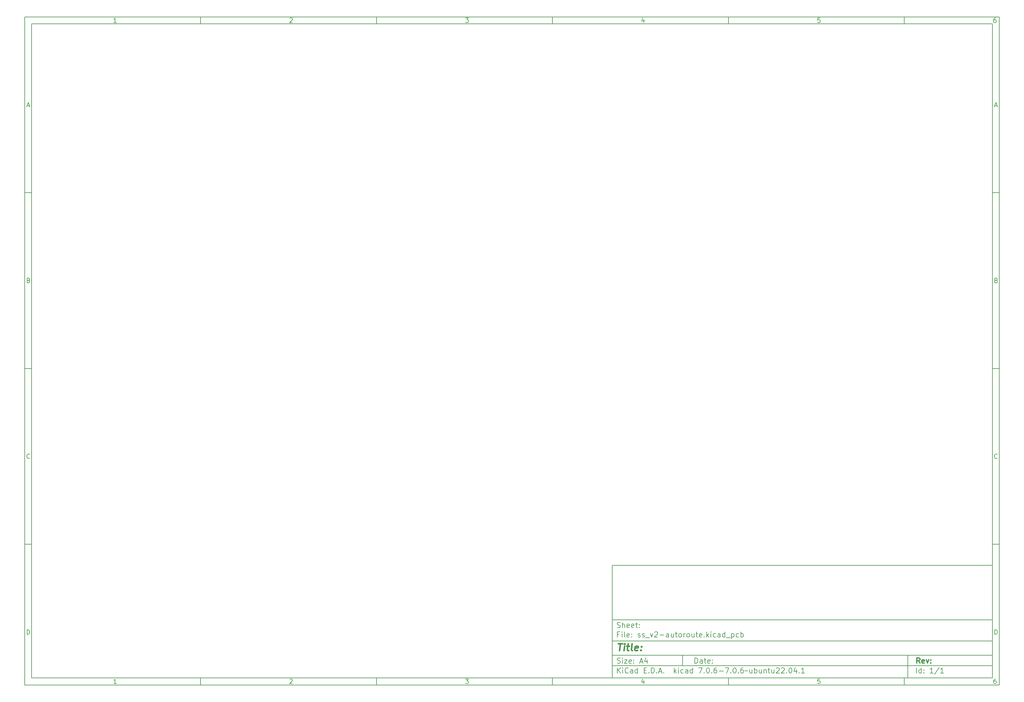
<source format=gbr>
%TF.GenerationSoftware,KiCad,Pcbnew,7.0.6-7.0.6~ubuntu22.04.1*%
%TF.CreationDate,2023-08-01T15:27:09+02:00*%
%TF.ProjectId,ss_v2-autoroute,73735f76-322d-4617-9574-6f726f757465,rev?*%
%TF.SameCoordinates,Original*%
%TF.FileFunction,Paste,Bot*%
%TF.FilePolarity,Positive*%
%FSLAX46Y46*%
G04 Gerber Fmt 4.6, Leading zero omitted, Abs format (unit mm)*
G04 Created by KiCad (PCBNEW 7.0.6-7.0.6~ubuntu22.04.1) date 2023-08-01 15:27:09*
%MOMM*%
%LPD*%
G01*
G04 APERTURE LIST*
%ADD10C,0.100000*%
%ADD11C,0.150000*%
%ADD12C,0.300000*%
%ADD13C,0.400000*%
G04 APERTURE END LIST*
D10*
D11*
X177002200Y-166007200D02*
X285002200Y-166007200D01*
X285002200Y-198007200D01*
X177002200Y-198007200D01*
X177002200Y-166007200D01*
D10*
D11*
X10000000Y-10000000D02*
X287002200Y-10000000D01*
X287002200Y-200007200D01*
X10000000Y-200007200D01*
X10000000Y-10000000D01*
D10*
D11*
X12000000Y-12000000D02*
X285002200Y-12000000D01*
X285002200Y-198007200D01*
X12000000Y-198007200D01*
X12000000Y-12000000D01*
D10*
D11*
X60000000Y-12000000D02*
X60000000Y-10000000D01*
D10*
D11*
X110000000Y-12000000D02*
X110000000Y-10000000D01*
D10*
D11*
X160000000Y-12000000D02*
X160000000Y-10000000D01*
D10*
D11*
X210000000Y-12000000D02*
X210000000Y-10000000D01*
D10*
D11*
X260000000Y-12000000D02*
X260000000Y-10000000D01*
D10*
D11*
X36089160Y-11593604D02*
X35346303Y-11593604D01*
X35717731Y-11593604D02*
X35717731Y-10293604D01*
X35717731Y-10293604D02*
X35593922Y-10479319D01*
X35593922Y-10479319D02*
X35470112Y-10603128D01*
X35470112Y-10603128D02*
X35346303Y-10665033D01*
D10*
D11*
X85346303Y-10417414D02*
X85408207Y-10355509D01*
X85408207Y-10355509D02*
X85532017Y-10293604D01*
X85532017Y-10293604D02*
X85841541Y-10293604D01*
X85841541Y-10293604D02*
X85965350Y-10355509D01*
X85965350Y-10355509D02*
X86027255Y-10417414D01*
X86027255Y-10417414D02*
X86089160Y-10541223D01*
X86089160Y-10541223D02*
X86089160Y-10665033D01*
X86089160Y-10665033D02*
X86027255Y-10850747D01*
X86027255Y-10850747D02*
X85284398Y-11593604D01*
X85284398Y-11593604D02*
X86089160Y-11593604D01*
D10*
D11*
X135284398Y-10293604D02*
X136089160Y-10293604D01*
X136089160Y-10293604D02*
X135655826Y-10788842D01*
X135655826Y-10788842D02*
X135841541Y-10788842D01*
X135841541Y-10788842D02*
X135965350Y-10850747D01*
X135965350Y-10850747D02*
X136027255Y-10912652D01*
X136027255Y-10912652D02*
X136089160Y-11036461D01*
X136089160Y-11036461D02*
X136089160Y-11345985D01*
X136089160Y-11345985D02*
X136027255Y-11469795D01*
X136027255Y-11469795D02*
X135965350Y-11531700D01*
X135965350Y-11531700D02*
X135841541Y-11593604D01*
X135841541Y-11593604D02*
X135470112Y-11593604D01*
X135470112Y-11593604D02*
X135346303Y-11531700D01*
X135346303Y-11531700D02*
X135284398Y-11469795D01*
D10*
D11*
X185965350Y-10726938D02*
X185965350Y-11593604D01*
X185655826Y-10231700D02*
X185346303Y-11160271D01*
X185346303Y-11160271D02*
X186151064Y-11160271D01*
D10*
D11*
X236027255Y-10293604D02*
X235408207Y-10293604D01*
X235408207Y-10293604D02*
X235346303Y-10912652D01*
X235346303Y-10912652D02*
X235408207Y-10850747D01*
X235408207Y-10850747D02*
X235532017Y-10788842D01*
X235532017Y-10788842D02*
X235841541Y-10788842D01*
X235841541Y-10788842D02*
X235965350Y-10850747D01*
X235965350Y-10850747D02*
X236027255Y-10912652D01*
X236027255Y-10912652D02*
X236089160Y-11036461D01*
X236089160Y-11036461D02*
X236089160Y-11345985D01*
X236089160Y-11345985D02*
X236027255Y-11469795D01*
X236027255Y-11469795D02*
X235965350Y-11531700D01*
X235965350Y-11531700D02*
X235841541Y-11593604D01*
X235841541Y-11593604D02*
X235532017Y-11593604D01*
X235532017Y-11593604D02*
X235408207Y-11531700D01*
X235408207Y-11531700D02*
X235346303Y-11469795D01*
D10*
D11*
X285965350Y-10293604D02*
X285717731Y-10293604D01*
X285717731Y-10293604D02*
X285593922Y-10355509D01*
X285593922Y-10355509D02*
X285532017Y-10417414D01*
X285532017Y-10417414D02*
X285408207Y-10603128D01*
X285408207Y-10603128D02*
X285346303Y-10850747D01*
X285346303Y-10850747D02*
X285346303Y-11345985D01*
X285346303Y-11345985D02*
X285408207Y-11469795D01*
X285408207Y-11469795D02*
X285470112Y-11531700D01*
X285470112Y-11531700D02*
X285593922Y-11593604D01*
X285593922Y-11593604D02*
X285841541Y-11593604D01*
X285841541Y-11593604D02*
X285965350Y-11531700D01*
X285965350Y-11531700D02*
X286027255Y-11469795D01*
X286027255Y-11469795D02*
X286089160Y-11345985D01*
X286089160Y-11345985D02*
X286089160Y-11036461D01*
X286089160Y-11036461D02*
X286027255Y-10912652D01*
X286027255Y-10912652D02*
X285965350Y-10850747D01*
X285965350Y-10850747D02*
X285841541Y-10788842D01*
X285841541Y-10788842D02*
X285593922Y-10788842D01*
X285593922Y-10788842D02*
X285470112Y-10850747D01*
X285470112Y-10850747D02*
X285408207Y-10912652D01*
X285408207Y-10912652D02*
X285346303Y-11036461D01*
D10*
D11*
X60000000Y-198007200D02*
X60000000Y-200007200D01*
D10*
D11*
X110000000Y-198007200D02*
X110000000Y-200007200D01*
D10*
D11*
X160000000Y-198007200D02*
X160000000Y-200007200D01*
D10*
D11*
X210000000Y-198007200D02*
X210000000Y-200007200D01*
D10*
D11*
X260000000Y-198007200D02*
X260000000Y-200007200D01*
D10*
D11*
X36089160Y-199600804D02*
X35346303Y-199600804D01*
X35717731Y-199600804D02*
X35717731Y-198300804D01*
X35717731Y-198300804D02*
X35593922Y-198486519D01*
X35593922Y-198486519D02*
X35470112Y-198610328D01*
X35470112Y-198610328D02*
X35346303Y-198672233D01*
D10*
D11*
X85346303Y-198424614D02*
X85408207Y-198362709D01*
X85408207Y-198362709D02*
X85532017Y-198300804D01*
X85532017Y-198300804D02*
X85841541Y-198300804D01*
X85841541Y-198300804D02*
X85965350Y-198362709D01*
X85965350Y-198362709D02*
X86027255Y-198424614D01*
X86027255Y-198424614D02*
X86089160Y-198548423D01*
X86089160Y-198548423D02*
X86089160Y-198672233D01*
X86089160Y-198672233D02*
X86027255Y-198857947D01*
X86027255Y-198857947D02*
X85284398Y-199600804D01*
X85284398Y-199600804D02*
X86089160Y-199600804D01*
D10*
D11*
X135284398Y-198300804D02*
X136089160Y-198300804D01*
X136089160Y-198300804D02*
X135655826Y-198796042D01*
X135655826Y-198796042D02*
X135841541Y-198796042D01*
X135841541Y-198796042D02*
X135965350Y-198857947D01*
X135965350Y-198857947D02*
X136027255Y-198919852D01*
X136027255Y-198919852D02*
X136089160Y-199043661D01*
X136089160Y-199043661D02*
X136089160Y-199353185D01*
X136089160Y-199353185D02*
X136027255Y-199476995D01*
X136027255Y-199476995D02*
X135965350Y-199538900D01*
X135965350Y-199538900D02*
X135841541Y-199600804D01*
X135841541Y-199600804D02*
X135470112Y-199600804D01*
X135470112Y-199600804D02*
X135346303Y-199538900D01*
X135346303Y-199538900D02*
X135284398Y-199476995D01*
D10*
D11*
X185965350Y-198734138D02*
X185965350Y-199600804D01*
X185655826Y-198238900D02*
X185346303Y-199167471D01*
X185346303Y-199167471D02*
X186151064Y-199167471D01*
D10*
D11*
X236027255Y-198300804D02*
X235408207Y-198300804D01*
X235408207Y-198300804D02*
X235346303Y-198919852D01*
X235346303Y-198919852D02*
X235408207Y-198857947D01*
X235408207Y-198857947D02*
X235532017Y-198796042D01*
X235532017Y-198796042D02*
X235841541Y-198796042D01*
X235841541Y-198796042D02*
X235965350Y-198857947D01*
X235965350Y-198857947D02*
X236027255Y-198919852D01*
X236027255Y-198919852D02*
X236089160Y-199043661D01*
X236089160Y-199043661D02*
X236089160Y-199353185D01*
X236089160Y-199353185D02*
X236027255Y-199476995D01*
X236027255Y-199476995D02*
X235965350Y-199538900D01*
X235965350Y-199538900D02*
X235841541Y-199600804D01*
X235841541Y-199600804D02*
X235532017Y-199600804D01*
X235532017Y-199600804D02*
X235408207Y-199538900D01*
X235408207Y-199538900D02*
X235346303Y-199476995D01*
D10*
D11*
X285965350Y-198300804D02*
X285717731Y-198300804D01*
X285717731Y-198300804D02*
X285593922Y-198362709D01*
X285593922Y-198362709D02*
X285532017Y-198424614D01*
X285532017Y-198424614D02*
X285408207Y-198610328D01*
X285408207Y-198610328D02*
X285346303Y-198857947D01*
X285346303Y-198857947D02*
X285346303Y-199353185D01*
X285346303Y-199353185D02*
X285408207Y-199476995D01*
X285408207Y-199476995D02*
X285470112Y-199538900D01*
X285470112Y-199538900D02*
X285593922Y-199600804D01*
X285593922Y-199600804D02*
X285841541Y-199600804D01*
X285841541Y-199600804D02*
X285965350Y-199538900D01*
X285965350Y-199538900D02*
X286027255Y-199476995D01*
X286027255Y-199476995D02*
X286089160Y-199353185D01*
X286089160Y-199353185D02*
X286089160Y-199043661D01*
X286089160Y-199043661D02*
X286027255Y-198919852D01*
X286027255Y-198919852D02*
X285965350Y-198857947D01*
X285965350Y-198857947D02*
X285841541Y-198796042D01*
X285841541Y-198796042D02*
X285593922Y-198796042D01*
X285593922Y-198796042D02*
X285470112Y-198857947D01*
X285470112Y-198857947D02*
X285408207Y-198919852D01*
X285408207Y-198919852D02*
X285346303Y-199043661D01*
D10*
D11*
X10000000Y-60000000D02*
X12000000Y-60000000D01*
D10*
D11*
X10000000Y-110000000D02*
X12000000Y-110000000D01*
D10*
D11*
X10000000Y-160000000D02*
X12000000Y-160000000D01*
D10*
D11*
X10690476Y-35222176D02*
X11309523Y-35222176D01*
X10566666Y-35593604D02*
X10999999Y-34293604D01*
X10999999Y-34293604D02*
X11433333Y-35593604D01*
D10*
D11*
X11092857Y-84912652D02*
X11278571Y-84974557D01*
X11278571Y-84974557D02*
X11340476Y-85036461D01*
X11340476Y-85036461D02*
X11402380Y-85160271D01*
X11402380Y-85160271D02*
X11402380Y-85345985D01*
X11402380Y-85345985D02*
X11340476Y-85469795D01*
X11340476Y-85469795D02*
X11278571Y-85531700D01*
X11278571Y-85531700D02*
X11154761Y-85593604D01*
X11154761Y-85593604D02*
X10659523Y-85593604D01*
X10659523Y-85593604D02*
X10659523Y-84293604D01*
X10659523Y-84293604D02*
X11092857Y-84293604D01*
X11092857Y-84293604D02*
X11216666Y-84355509D01*
X11216666Y-84355509D02*
X11278571Y-84417414D01*
X11278571Y-84417414D02*
X11340476Y-84541223D01*
X11340476Y-84541223D02*
X11340476Y-84665033D01*
X11340476Y-84665033D02*
X11278571Y-84788842D01*
X11278571Y-84788842D02*
X11216666Y-84850747D01*
X11216666Y-84850747D02*
X11092857Y-84912652D01*
X11092857Y-84912652D02*
X10659523Y-84912652D01*
D10*
D11*
X11402380Y-135469795D02*
X11340476Y-135531700D01*
X11340476Y-135531700D02*
X11154761Y-135593604D01*
X11154761Y-135593604D02*
X11030952Y-135593604D01*
X11030952Y-135593604D02*
X10845238Y-135531700D01*
X10845238Y-135531700D02*
X10721428Y-135407890D01*
X10721428Y-135407890D02*
X10659523Y-135284080D01*
X10659523Y-135284080D02*
X10597619Y-135036461D01*
X10597619Y-135036461D02*
X10597619Y-134850747D01*
X10597619Y-134850747D02*
X10659523Y-134603128D01*
X10659523Y-134603128D02*
X10721428Y-134479319D01*
X10721428Y-134479319D02*
X10845238Y-134355509D01*
X10845238Y-134355509D02*
X11030952Y-134293604D01*
X11030952Y-134293604D02*
X11154761Y-134293604D01*
X11154761Y-134293604D02*
X11340476Y-134355509D01*
X11340476Y-134355509D02*
X11402380Y-134417414D01*
D10*
D11*
X10659523Y-185593604D02*
X10659523Y-184293604D01*
X10659523Y-184293604D02*
X10969047Y-184293604D01*
X10969047Y-184293604D02*
X11154761Y-184355509D01*
X11154761Y-184355509D02*
X11278571Y-184479319D01*
X11278571Y-184479319D02*
X11340476Y-184603128D01*
X11340476Y-184603128D02*
X11402380Y-184850747D01*
X11402380Y-184850747D02*
X11402380Y-185036461D01*
X11402380Y-185036461D02*
X11340476Y-185284080D01*
X11340476Y-185284080D02*
X11278571Y-185407890D01*
X11278571Y-185407890D02*
X11154761Y-185531700D01*
X11154761Y-185531700D02*
X10969047Y-185593604D01*
X10969047Y-185593604D02*
X10659523Y-185593604D01*
D10*
D11*
X287002200Y-60000000D02*
X285002200Y-60000000D01*
D10*
D11*
X287002200Y-110000000D02*
X285002200Y-110000000D01*
D10*
D11*
X287002200Y-160000000D02*
X285002200Y-160000000D01*
D10*
D11*
X285692676Y-35222176D02*
X286311723Y-35222176D01*
X285568866Y-35593604D02*
X286002199Y-34293604D01*
X286002199Y-34293604D02*
X286435533Y-35593604D01*
D10*
D11*
X286095057Y-84912652D02*
X286280771Y-84974557D01*
X286280771Y-84974557D02*
X286342676Y-85036461D01*
X286342676Y-85036461D02*
X286404580Y-85160271D01*
X286404580Y-85160271D02*
X286404580Y-85345985D01*
X286404580Y-85345985D02*
X286342676Y-85469795D01*
X286342676Y-85469795D02*
X286280771Y-85531700D01*
X286280771Y-85531700D02*
X286156961Y-85593604D01*
X286156961Y-85593604D02*
X285661723Y-85593604D01*
X285661723Y-85593604D02*
X285661723Y-84293604D01*
X285661723Y-84293604D02*
X286095057Y-84293604D01*
X286095057Y-84293604D02*
X286218866Y-84355509D01*
X286218866Y-84355509D02*
X286280771Y-84417414D01*
X286280771Y-84417414D02*
X286342676Y-84541223D01*
X286342676Y-84541223D02*
X286342676Y-84665033D01*
X286342676Y-84665033D02*
X286280771Y-84788842D01*
X286280771Y-84788842D02*
X286218866Y-84850747D01*
X286218866Y-84850747D02*
X286095057Y-84912652D01*
X286095057Y-84912652D02*
X285661723Y-84912652D01*
D10*
D11*
X286404580Y-135469795D02*
X286342676Y-135531700D01*
X286342676Y-135531700D02*
X286156961Y-135593604D01*
X286156961Y-135593604D02*
X286033152Y-135593604D01*
X286033152Y-135593604D02*
X285847438Y-135531700D01*
X285847438Y-135531700D02*
X285723628Y-135407890D01*
X285723628Y-135407890D02*
X285661723Y-135284080D01*
X285661723Y-135284080D02*
X285599819Y-135036461D01*
X285599819Y-135036461D02*
X285599819Y-134850747D01*
X285599819Y-134850747D02*
X285661723Y-134603128D01*
X285661723Y-134603128D02*
X285723628Y-134479319D01*
X285723628Y-134479319D02*
X285847438Y-134355509D01*
X285847438Y-134355509D02*
X286033152Y-134293604D01*
X286033152Y-134293604D02*
X286156961Y-134293604D01*
X286156961Y-134293604D02*
X286342676Y-134355509D01*
X286342676Y-134355509D02*
X286404580Y-134417414D01*
D10*
D11*
X285661723Y-185593604D02*
X285661723Y-184293604D01*
X285661723Y-184293604D02*
X285971247Y-184293604D01*
X285971247Y-184293604D02*
X286156961Y-184355509D01*
X286156961Y-184355509D02*
X286280771Y-184479319D01*
X286280771Y-184479319D02*
X286342676Y-184603128D01*
X286342676Y-184603128D02*
X286404580Y-184850747D01*
X286404580Y-184850747D02*
X286404580Y-185036461D01*
X286404580Y-185036461D02*
X286342676Y-185284080D01*
X286342676Y-185284080D02*
X286280771Y-185407890D01*
X286280771Y-185407890D02*
X286156961Y-185531700D01*
X286156961Y-185531700D02*
X285971247Y-185593604D01*
X285971247Y-185593604D02*
X285661723Y-185593604D01*
D10*
D11*
X200458026Y-193793328D02*
X200458026Y-192293328D01*
X200458026Y-192293328D02*
X200815169Y-192293328D01*
X200815169Y-192293328D02*
X201029455Y-192364757D01*
X201029455Y-192364757D02*
X201172312Y-192507614D01*
X201172312Y-192507614D02*
X201243741Y-192650471D01*
X201243741Y-192650471D02*
X201315169Y-192936185D01*
X201315169Y-192936185D02*
X201315169Y-193150471D01*
X201315169Y-193150471D02*
X201243741Y-193436185D01*
X201243741Y-193436185D02*
X201172312Y-193579042D01*
X201172312Y-193579042D02*
X201029455Y-193721900D01*
X201029455Y-193721900D02*
X200815169Y-193793328D01*
X200815169Y-193793328D02*
X200458026Y-193793328D01*
X202600884Y-193793328D02*
X202600884Y-193007614D01*
X202600884Y-193007614D02*
X202529455Y-192864757D01*
X202529455Y-192864757D02*
X202386598Y-192793328D01*
X202386598Y-192793328D02*
X202100884Y-192793328D01*
X202100884Y-192793328D02*
X201958026Y-192864757D01*
X202600884Y-193721900D02*
X202458026Y-193793328D01*
X202458026Y-193793328D02*
X202100884Y-193793328D01*
X202100884Y-193793328D02*
X201958026Y-193721900D01*
X201958026Y-193721900D02*
X201886598Y-193579042D01*
X201886598Y-193579042D02*
X201886598Y-193436185D01*
X201886598Y-193436185D02*
X201958026Y-193293328D01*
X201958026Y-193293328D02*
X202100884Y-193221900D01*
X202100884Y-193221900D02*
X202458026Y-193221900D01*
X202458026Y-193221900D02*
X202600884Y-193150471D01*
X203100884Y-192793328D02*
X203672312Y-192793328D01*
X203315169Y-192293328D02*
X203315169Y-193579042D01*
X203315169Y-193579042D02*
X203386598Y-193721900D01*
X203386598Y-193721900D02*
X203529455Y-193793328D01*
X203529455Y-193793328D02*
X203672312Y-193793328D01*
X204743741Y-193721900D02*
X204600884Y-193793328D01*
X204600884Y-193793328D02*
X204315170Y-193793328D01*
X204315170Y-193793328D02*
X204172312Y-193721900D01*
X204172312Y-193721900D02*
X204100884Y-193579042D01*
X204100884Y-193579042D02*
X204100884Y-193007614D01*
X204100884Y-193007614D02*
X204172312Y-192864757D01*
X204172312Y-192864757D02*
X204315170Y-192793328D01*
X204315170Y-192793328D02*
X204600884Y-192793328D01*
X204600884Y-192793328D02*
X204743741Y-192864757D01*
X204743741Y-192864757D02*
X204815170Y-193007614D01*
X204815170Y-193007614D02*
X204815170Y-193150471D01*
X204815170Y-193150471D02*
X204100884Y-193293328D01*
X205458026Y-193650471D02*
X205529455Y-193721900D01*
X205529455Y-193721900D02*
X205458026Y-193793328D01*
X205458026Y-193793328D02*
X205386598Y-193721900D01*
X205386598Y-193721900D02*
X205458026Y-193650471D01*
X205458026Y-193650471D02*
X205458026Y-193793328D01*
X205458026Y-192864757D02*
X205529455Y-192936185D01*
X205529455Y-192936185D02*
X205458026Y-193007614D01*
X205458026Y-193007614D02*
X205386598Y-192936185D01*
X205386598Y-192936185D02*
X205458026Y-192864757D01*
X205458026Y-192864757D02*
X205458026Y-193007614D01*
D10*
D11*
X177002200Y-194507200D02*
X285002200Y-194507200D01*
D10*
D11*
X178458026Y-196593328D02*
X178458026Y-195093328D01*
X179315169Y-196593328D02*
X178672312Y-195736185D01*
X179315169Y-195093328D02*
X178458026Y-195950471D01*
X179958026Y-196593328D02*
X179958026Y-195593328D01*
X179958026Y-195093328D02*
X179886598Y-195164757D01*
X179886598Y-195164757D02*
X179958026Y-195236185D01*
X179958026Y-195236185D02*
X180029455Y-195164757D01*
X180029455Y-195164757D02*
X179958026Y-195093328D01*
X179958026Y-195093328D02*
X179958026Y-195236185D01*
X181529455Y-196450471D02*
X181458027Y-196521900D01*
X181458027Y-196521900D02*
X181243741Y-196593328D01*
X181243741Y-196593328D02*
X181100884Y-196593328D01*
X181100884Y-196593328D02*
X180886598Y-196521900D01*
X180886598Y-196521900D02*
X180743741Y-196379042D01*
X180743741Y-196379042D02*
X180672312Y-196236185D01*
X180672312Y-196236185D02*
X180600884Y-195950471D01*
X180600884Y-195950471D02*
X180600884Y-195736185D01*
X180600884Y-195736185D02*
X180672312Y-195450471D01*
X180672312Y-195450471D02*
X180743741Y-195307614D01*
X180743741Y-195307614D02*
X180886598Y-195164757D01*
X180886598Y-195164757D02*
X181100884Y-195093328D01*
X181100884Y-195093328D02*
X181243741Y-195093328D01*
X181243741Y-195093328D02*
X181458027Y-195164757D01*
X181458027Y-195164757D02*
X181529455Y-195236185D01*
X182815170Y-196593328D02*
X182815170Y-195807614D01*
X182815170Y-195807614D02*
X182743741Y-195664757D01*
X182743741Y-195664757D02*
X182600884Y-195593328D01*
X182600884Y-195593328D02*
X182315170Y-195593328D01*
X182315170Y-195593328D02*
X182172312Y-195664757D01*
X182815170Y-196521900D02*
X182672312Y-196593328D01*
X182672312Y-196593328D02*
X182315170Y-196593328D01*
X182315170Y-196593328D02*
X182172312Y-196521900D01*
X182172312Y-196521900D02*
X182100884Y-196379042D01*
X182100884Y-196379042D02*
X182100884Y-196236185D01*
X182100884Y-196236185D02*
X182172312Y-196093328D01*
X182172312Y-196093328D02*
X182315170Y-196021900D01*
X182315170Y-196021900D02*
X182672312Y-196021900D01*
X182672312Y-196021900D02*
X182815170Y-195950471D01*
X184172313Y-196593328D02*
X184172313Y-195093328D01*
X184172313Y-196521900D02*
X184029455Y-196593328D01*
X184029455Y-196593328D02*
X183743741Y-196593328D01*
X183743741Y-196593328D02*
X183600884Y-196521900D01*
X183600884Y-196521900D02*
X183529455Y-196450471D01*
X183529455Y-196450471D02*
X183458027Y-196307614D01*
X183458027Y-196307614D02*
X183458027Y-195879042D01*
X183458027Y-195879042D02*
X183529455Y-195736185D01*
X183529455Y-195736185D02*
X183600884Y-195664757D01*
X183600884Y-195664757D02*
X183743741Y-195593328D01*
X183743741Y-195593328D02*
X184029455Y-195593328D01*
X184029455Y-195593328D02*
X184172313Y-195664757D01*
X186029455Y-195807614D02*
X186529455Y-195807614D01*
X186743741Y-196593328D02*
X186029455Y-196593328D01*
X186029455Y-196593328D02*
X186029455Y-195093328D01*
X186029455Y-195093328D02*
X186743741Y-195093328D01*
X187386598Y-196450471D02*
X187458027Y-196521900D01*
X187458027Y-196521900D02*
X187386598Y-196593328D01*
X187386598Y-196593328D02*
X187315170Y-196521900D01*
X187315170Y-196521900D02*
X187386598Y-196450471D01*
X187386598Y-196450471D02*
X187386598Y-196593328D01*
X188100884Y-196593328D02*
X188100884Y-195093328D01*
X188100884Y-195093328D02*
X188458027Y-195093328D01*
X188458027Y-195093328D02*
X188672313Y-195164757D01*
X188672313Y-195164757D02*
X188815170Y-195307614D01*
X188815170Y-195307614D02*
X188886599Y-195450471D01*
X188886599Y-195450471D02*
X188958027Y-195736185D01*
X188958027Y-195736185D02*
X188958027Y-195950471D01*
X188958027Y-195950471D02*
X188886599Y-196236185D01*
X188886599Y-196236185D02*
X188815170Y-196379042D01*
X188815170Y-196379042D02*
X188672313Y-196521900D01*
X188672313Y-196521900D02*
X188458027Y-196593328D01*
X188458027Y-196593328D02*
X188100884Y-196593328D01*
X189600884Y-196450471D02*
X189672313Y-196521900D01*
X189672313Y-196521900D02*
X189600884Y-196593328D01*
X189600884Y-196593328D02*
X189529456Y-196521900D01*
X189529456Y-196521900D02*
X189600884Y-196450471D01*
X189600884Y-196450471D02*
X189600884Y-196593328D01*
X190243742Y-196164757D02*
X190958028Y-196164757D01*
X190100885Y-196593328D02*
X190600885Y-195093328D01*
X190600885Y-195093328D02*
X191100885Y-196593328D01*
X191600884Y-196450471D02*
X191672313Y-196521900D01*
X191672313Y-196521900D02*
X191600884Y-196593328D01*
X191600884Y-196593328D02*
X191529456Y-196521900D01*
X191529456Y-196521900D02*
X191600884Y-196450471D01*
X191600884Y-196450471D02*
X191600884Y-196593328D01*
X194600884Y-196593328D02*
X194600884Y-195093328D01*
X194743742Y-196021900D02*
X195172313Y-196593328D01*
X195172313Y-195593328D02*
X194600884Y-196164757D01*
X195815170Y-196593328D02*
X195815170Y-195593328D01*
X195815170Y-195093328D02*
X195743742Y-195164757D01*
X195743742Y-195164757D02*
X195815170Y-195236185D01*
X195815170Y-195236185D02*
X195886599Y-195164757D01*
X195886599Y-195164757D02*
X195815170Y-195093328D01*
X195815170Y-195093328D02*
X195815170Y-195236185D01*
X197172314Y-196521900D02*
X197029456Y-196593328D01*
X197029456Y-196593328D02*
X196743742Y-196593328D01*
X196743742Y-196593328D02*
X196600885Y-196521900D01*
X196600885Y-196521900D02*
X196529456Y-196450471D01*
X196529456Y-196450471D02*
X196458028Y-196307614D01*
X196458028Y-196307614D02*
X196458028Y-195879042D01*
X196458028Y-195879042D02*
X196529456Y-195736185D01*
X196529456Y-195736185D02*
X196600885Y-195664757D01*
X196600885Y-195664757D02*
X196743742Y-195593328D01*
X196743742Y-195593328D02*
X197029456Y-195593328D01*
X197029456Y-195593328D02*
X197172314Y-195664757D01*
X198458028Y-196593328D02*
X198458028Y-195807614D01*
X198458028Y-195807614D02*
X198386599Y-195664757D01*
X198386599Y-195664757D02*
X198243742Y-195593328D01*
X198243742Y-195593328D02*
X197958028Y-195593328D01*
X197958028Y-195593328D02*
X197815170Y-195664757D01*
X198458028Y-196521900D02*
X198315170Y-196593328D01*
X198315170Y-196593328D02*
X197958028Y-196593328D01*
X197958028Y-196593328D02*
X197815170Y-196521900D01*
X197815170Y-196521900D02*
X197743742Y-196379042D01*
X197743742Y-196379042D02*
X197743742Y-196236185D01*
X197743742Y-196236185D02*
X197815170Y-196093328D01*
X197815170Y-196093328D02*
X197958028Y-196021900D01*
X197958028Y-196021900D02*
X198315170Y-196021900D01*
X198315170Y-196021900D02*
X198458028Y-195950471D01*
X199815171Y-196593328D02*
X199815171Y-195093328D01*
X199815171Y-196521900D02*
X199672313Y-196593328D01*
X199672313Y-196593328D02*
X199386599Y-196593328D01*
X199386599Y-196593328D02*
X199243742Y-196521900D01*
X199243742Y-196521900D02*
X199172313Y-196450471D01*
X199172313Y-196450471D02*
X199100885Y-196307614D01*
X199100885Y-196307614D02*
X199100885Y-195879042D01*
X199100885Y-195879042D02*
X199172313Y-195736185D01*
X199172313Y-195736185D02*
X199243742Y-195664757D01*
X199243742Y-195664757D02*
X199386599Y-195593328D01*
X199386599Y-195593328D02*
X199672313Y-195593328D01*
X199672313Y-195593328D02*
X199815171Y-195664757D01*
X201529456Y-195093328D02*
X202529456Y-195093328D01*
X202529456Y-195093328D02*
X201886599Y-196593328D01*
X203100884Y-196450471D02*
X203172313Y-196521900D01*
X203172313Y-196521900D02*
X203100884Y-196593328D01*
X203100884Y-196593328D02*
X203029456Y-196521900D01*
X203029456Y-196521900D02*
X203100884Y-196450471D01*
X203100884Y-196450471D02*
X203100884Y-196593328D01*
X204100885Y-195093328D02*
X204243742Y-195093328D01*
X204243742Y-195093328D02*
X204386599Y-195164757D01*
X204386599Y-195164757D02*
X204458028Y-195236185D01*
X204458028Y-195236185D02*
X204529456Y-195379042D01*
X204529456Y-195379042D02*
X204600885Y-195664757D01*
X204600885Y-195664757D02*
X204600885Y-196021900D01*
X204600885Y-196021900D02*
X204529456Y-196307614D01*
X204529456Y-196307614D02*
X204458028Y-196450471D01*
X204458028Y-196450471D02*
X204386599Y-196521900D01*
X204386599Y-196521900D02*
X204243742Y-196593328D01*
X204243742Y-196593328D02*
X204100885Y-196593328D01*
X204100885Y-196593328D02*
X203958028Y-196521900D01*
X203958028Y-196521900D02*
X203886599Y-196450471D01*
X203886599Y-196450471D02*
X203815170Y-196307614D01*
X203815170Y-196307614D02*
X203743742Y-196021900D01*
X203743742Y-196021900D02*
X203743742Y-195664757D01*
X203743742Y-195664757D02*
X203815170Y-195379042D01*
X203815170Y-195379042D02*
X203886599Y-195236185D01*
X203886599Y-195236185D02*
X203958028Y-195164757D01*
X203958028Y-195164757D02*
X204100885Y-195093328D01*
X205243741Y-196450471D02*
X205315170Y-196521900D01*
X205315170Y-196521900D02*
X205243741Y-196593328D01*
X205243741Y-196593328D02*
X205172313Y-196521900D01*
X205172313Y-196521900D02*
X205243741Y-196450471D01*
X205243741Y-196450471D02*
X205243741Y-196593328D01*
X206600885Y-195093328D02*
X206315170Y-195093328D01*
X206315170Y-195093328D02*
X206172313Y-195164757D01*
X206172313Y-195164757D02*
X206100885Y-195236185D01*
X206100885Y-195236185D02*
X205958027Y-195450471D01*
X205958027Y-195450471D02*
X205886599Y-195736185D01*
X205886599Y-195736185D02*
X205886599Y-196307614D01*
X205886599Y-196307614D02*
X205958027Y-196450471D01*
X205958027Y-196450471D02*
X206029456Y-196521900D01*
X206029456Y-196521900D02*
X206172313Y-196593328D01*
X206172313Y-196593328D02*
X206458027Y-196593328D01*
X206458027Y-196593328D02*
X206600885Y-196521900D01*
X206600885Y-196521900D02*
X206672313Y-196450471D01*
X206672313Y-196450471D02*
X206743742Y-196307614D01*
X206743742Y-196307614D02*
X206743742Y-195950471D01*
X206743742Y-195950471D02*
X206672313Y-195807614D01*
X206672313Y-195807614D02*
X206600885Y-195736185D01*
X206600885Y-195736185D02*
X206458027Y-195664757D01*
X206458027Y-195664757D02*
X206172313Y-195664757D01*
X206172313Y-195664757D02*
X206029456Y-195736185D01*
X206029456Y-195736185D02*
X205958027Y-195807614D01*
X205958027Y-195807614D02*
X205886599Y-195950471D01*
X207386598Y-196021900D02*
X208529456Y-196021900D01*
X209100884Y-195093328D02*
X210100884Y-195093328D01*
X210100884Y-195093328D02*
X209458027Y-196593328D01*
X210672312Y-196450471D02*
X210743741Y-196521900D01*
X210743741Y-196521900D02*
X210672312Y-196593328D01*
X210672312Y-196593328D02*
X210600884Y-196521900D01*
X210600884Y-196521900D02*
X210672312Y-196450471D01*
X210672312Y-196450471D02*
X210672312Y-196593328D01*
X211672313Y-195093328D02*
X211815170Y-195093328D01*
X211815170Y-195093328D02*
X211958027Y-195164757D01*
X211958027Y-195164757D02*
X212029456Y-195236185D01*
X212029456Y-195236185D02*
X212100884Y-195379042D01*
X212100884Y-195379042D02*
X212172313Y-195664757D01*
X212172313Y-195664757D02*
X212172313Y-196021900D01*
X212172313Y-196021900D02*
X212100884Y-196307614D01*
X212100884Y-196307614D02*
X212029456Y-196450471D01*
X212029456Y-196450471D02*
X211958027Y-196521900D01*
X211958027Y-196521900D02*
X211815170Y-196593328D01*
X211815170Y-196593328D02*
X211672313Y-196593328D01*
X211672313Y-196593328D02*
X211529456Y-196521900D01*
X211529456Y-196521900D02*
X211458027Y-196450471D01*
X211458027Y-196450471D02*
X211386598Y-196307614D01*
X211386598Y-196307614D02*
X211315170Y-196021900D01*
X211315170Y-196021900D02*
X211315170Y-195664757D01*
X211315170Y-195664757D02*
X211386598Y-195379042D01*
X211386598Y-195379042D02*
X211458027Y-195236185D01*
X211458027Y-195236185D02*
X211529456Y-195164757D01*
X211529456Y-195164757D02*
X211672313Y-195093328D01*
X212815169Y-196450471D02*
X212886598Y-196521900D01*
X212886598Y-196521900D02*
X212815169Y-196593328D01*
X212815169Y-196593328D02*
X212743741Y-196521900D01*
X212743741Y-196521900D02*
X212815169Y-196450471D01*
X212815169Y-196450471D02*
X212815169Y-196593328D01*
X214172313Y-195093328D02*
X213886598Y-195093328D01*
X213886598Y-195093328D02*
X213743741Y-195164757D01*
X213743741Y-195164757D02*
X213672313Y-195236185D01*
X213672313Y-195236185D02*
X213529455Y-195450471D01*
X213529455Y-195450471D02*
X213458027Y-195736185D01*
X213458027Y-195736185D02*
X213458027Y-196307614D01*
X213458027Y-196307614D02*
X213529455Y-196450471D01*
X213529455Y-196450471D02*
X213600884Y-196521900D01*
X213600884Y-196521900D02*
X213743741Y-196593328D01*
X213743741Y-196593328D02*
X214029455Y-196593328D01*
X214029455Y-196593328D02*
X214172313Y-196521900D01*
X214172313Y-196521900D02*
X214243741Y-196450471D01*
X214243741Y-196450471D02*
X214315170Y-196307614D01*
X214315170Y-196307614D02*
X214315170Y-195950471D01*
X214315170Y-195950471D02*
X214243741Y-195807614D01*
X214243741Y-195807614D02*
X214172313Y-195736185D01*
X214172313Y-195736185D02*
X214029455Y-195664757D01*
X214029455Y-195664757D02*
X213743741Y-195664757D01*
X213743741Y-195664757D02*
X213600884Y-195736185D01*
X213600884Y-195736185D02*
X213529455Y-195807614D01*
X213529455Y-195807614D02*
X213458027Y-195950471D01*
X214743741Y-196021900D02*
X214815169Y-195950471D01*
X214815169Y-195950471D02*
X214958026Y-195879042D01*
X214958026Y-195879042D02*
X215243741Y-196021900D01*
X215243741Y-196021900D02*
X215386598Y-195950471D01*
X215386598Y-195950471D02*
X215458026Y-195879042D01*
X216672313Y-195593328D02*
X216672313Y-196593328D01*
X216029455Y-195593328D02*
X216029455Y-196379042D01*
X216029455Y-196379042D02*
X216100884Y-196521900D01*
X216100884Y-196521900D02*
X216243741Y-196593328D01*
X216243741Y-196593328D02*
X216458027Y-196593328D01*
X216458027Y-196593328D02*
X216600884Y-196521900D01*
X216600884Y-196521900D02*
X216672313Y-196450471D01*
X217386598Y-196593328D02*
X217386598Y-195093328D01*
X217386598Y-195664757D02*
X217529456Y-195593328D01*
X217529456Y-195593328D02*
X217815170Y-195593328D01*
X217815170Y-195593328D02*
X217958027Y-195664757D01*
X217958027Y-195664757D02*
X218029456Y-195736185D01*
X218029456Y-195736185D02*
X218100884Y-195879042D01*
X218100884Y-195879042D02*
X218100884Y-196307614D01*
X218100884Y-196307614D02*
X218029456Y-196450471D01*
X218029456Y-196450471D02*
X217958027Y-196521900D01*
X217958027Y-196521900D02*
X217815170Y-196593328D01*
X217815170Y-196593328D02*
X217529456Y-196593328D01*
X217529456Y-196593328D02*
X217386598Y-196521900D01*
X219386599Y-195593328D02*
X219386599Y-196593328D01*
X218743741Y-195593328D02*
X218743741Y-196379042D01*
X218743741Y-196379042D02*
X218815170Y-196521900D01*
X218815170Y-196521900D02*
X218958027Y-196593328D01*
X218958027Y-196593328D02*
X219172313Y-196593328D01*
X219172313Y-196593328D02*
X219315170Y-196521900D01*
X219315170Y-196521900D02*
X219386599Y-196450471D01*
X220100884Y-195593328D02*
X220100884Y-196593328D01*
X220100884Y-195736185D02*
X220172313Y-195664757D01*
X220172313Y-195664757D02*
X220315170Y-195593328D01*
X220315170Y-195593328D02*
X220529456Y-195593328D01*
X220529456Y-195593328D02*
X220672313Y-195664757D01*
X220672313Y-195664757D02*
X220743742Y-195807614D01*
X220743742Y-195807614D02*
X220743742Y-196593328D01*
X221243742Y-195593328D02*
X221815170Y-195593328D01*
X221458027Y-195093328D02*
X221458027Y-196379042D01*
X221458027Y-196379042D02*
X221529456Y-196521900D01*
X221529456Y-196521900D02*
X221672313Y-196593328D01*
X221672313Y-196593328D02*
X221815170Y-196593328D01*
X222958028Y-195593328D02*
X222958028Y-196593328D01*
X222315170Y-195593328D02*
X222315170Y-196379042D01*
X222315170Y-196379042D02*
X222386599Y-196521900D01*
X222386599Y-196521900D02*
X222529456Y-196593328D01*
X222529456Y-196593328D02*
X222743742Y-196593328D01*
X222743742Y-196593328D02*
X222886599Y-196521900D01*
X222886599Y-196521900D02*
X222958028Y-196450471D01*
X223600885Y-195236185D02*
X223672313Y-195164757D01*
X223672313Y-195164757D02*
X223815171Y-195093328D01*
X223815171Y-195093328D02*
X224172313Y-195093328D01*
X224172313Y-195093328D02*
X224315171Y-195164757D01*
X224315171Y-195164757D02*
X224386599Y-195236185D01*
X224386599Y-195236185D02*
X224458028Y-195379042D01*
X224458028Y-195379042D02*
X224458028Y-195521900D01*
X224458028Y-195521900D02*
X224386599Y-195736185D01*
X224386599Y-195736185D02*
X223529456Y-196593328D01*
X223529456Y-196593328D02*
X224458028Y-196593328D01*
X225029456Y-195236185D02*
X225100884Y-195164757D01*
X225100884Y-195164757D02*
X225243742Y-195093328D01*
X225243742Y-195093328D02*
X225600884Y-195093328D01*
X225600884Y-195093328D02*
X225743742Y-195164757D01*
X225743742Y-195164757D02*
X225815170Y-195236185D01*
X225815170Y-195236185D02*
X225886599Y-195379042D01*
X225886599Y-195379042D02*
X225886599Y-195521900D01*
X225886599Y-195521900D02*
X225815170Y-195736185D01*
X225815170Y-195736185D02*
X224958027Y-196593328D01*
X224958027Y-196593328D02*
X225886599Y-196593328D01*
X226529455Y-196450471D02*
X226600884Y-196521900D01*
X226600884Y-196521900D02*
X226529455Y-196593328D01*
X226529455Y-196593328D02*
X226458027Y-196521900D01*
X226458027Y-196521900D02*
X226529455Y-196450471D01*
X226529455Y-196450471D02*
X226529455Y-196593328D01*
X227529456Y-195093328D02*
X227672313Y-195093328D01*
X227672313Y-195093328D02*
X227815170Y-195164757D01*
X227815170Y-195164757D02*
X227886599Y-195236185D01*
X227886599Y-195236185D02*
X227958027Y-195379042D01*
X227958027Y-195379042D02*
X228029456Y-195664757D01*
X228029456Y-195664757D02*
X228029456Y-196021900D01*
X228029456Y-196021900D02*
X227958027Y-196307614D01*
X227958027Y-196307614D02*
X227886599Y-196450471D01*
X227886599Y-196450471D02*
X227815170Y-196521900D01*
X227815170Y-196521900D02*
X227672313Y-196593328D01*
X227672313Y-196593328D02*
X227529456Y-196593328D01*
X227529456Y-196593328D02*
X227386599Y-196521900D01*
X227386599Y-196521900D02*
X227315170Y-196450471D01*
X227315170Y-196450471D02*
X227243741Y-196307614D01*
X227243741Y-196307614D02*
X227172313Y-196021900D01*
X227172313Y-196021900D02*
X227172313Y-195664757D01*
X227172313Y-195664757D02*
X227243741Y-195379042D01*
X227243741Y-195379042D02*
X227315170Y-195236185D01*
X227315170Y-195236185D02*
X227386599Y-195164757D01*
X227386599Y-195164757D02*
X227529456Y-195093328D01*
X229315170Y-195593328D02*
X229315170Y-196593328D01*
X228958027Y-195021900D02*
X228600884Y-196093328D01*
X228600884Y-196093328D02*
X229529455Y-196093328D01*
X230100883Y-196450471D02*
X230172312Y-196521900D01*
X230172312Y-196521900D02*
X230100883Y-196593328D01*
X230100883Y-196593328D02*
X230029455Y-196521900D01*
X230029455Y-196521900D02*
X230100883Y-196450471D01*
X230100883Y-196450471D02*
X230100883Y-196593328D01*
X231600884Y-196593328D02*
X230743741Y-196593328D01*
X231172312Y-196593328D02*
X231172312Y-195093328D01*
X231172312Y-195093328D02*
X231029455Y-195307614D01*
X231029455Y-195307614D02*
X230886598Y-195450471D01*
X230886598Y-195450471D02*
X230743741Y-195521900D01*
D10*
D11*
X177002200Y-191507200D02*
X285002200Y-191507200D01*
D10*
D12*
X264413853Y-193785528D02*
X263913853Y-193071242D01*
X263556710Y-193785528D02*
X263556710Y-192285528D01*
X263556710Y-192285528D02*
X264128139Y-192285528D01*
X264128139Y-192285528D02*
X264270996Y-192356957D01*
X264270996Y-192356957D02*
X264342425Y-192428385D01*
X264342425Y-192428385D02*
X264413853Y-192571242D01*
X264413853Y-192571242D02*
X264413853Y-192785528D01*
X264413853Y-192785528D02*
X264342425Y-192928385D01*
X264342425Y-192928385D02*
X264270996Y-192999814D01*
X264270996Y-192999814D02*
X264128139Y-193071242D01*
X264128139Y-193071242D02*
X263556710Y-193071242D01*
X265628139Y-193714100D02*
X265485282Y-193785528D01*
X265485282Y-193785528D02*
X265199568Y-193785528D01*
X265199568Y-193785528D02*
X265056710Y-193714100D01*
X265056710Y-193714100D02*
X264985282Y-193571242D01*
X264985282Y-193571242D02*
X264985282Y-192999814D01*
X264985282Y-192999814D02*
X265056710Y-192856957D01*
X265056710Y-192856957D02*
X265199568Y-192785528D01*
X265199568Y-192785528D02*
X265485282Y-192785528D01*
X265485282Y-192785528D02*
X265628139Y-192856957D01*
X265628139Y-192856957D02*
X265699568Y-192999814D01*
X265699568Y-192999814D02*
X265699568Y-193142671D01*
X265699568Y-193142671D02*
X264985282Y-193285528D01*
X266199567Y-192785528D02*
X266556710Y-193785528D01*
X266556710Y-193785528D02*
X266913853Y-192785528D01*
X267485281Y-193642671D02*
X267556710Y-193714100D01*
X267556710Y-193714100D02*
X267485281Y-193785528D01*
X267485281Y-193785528D02*
X267413853Y-193714100D01*
X267413853Y-193714100D02*
X267485281Y-193642671D01*
X267485281Y-193642671D02*
X267485281Y-193785528D01*
X267485281Y-192856957D02*
X267556710Y-192928385D01*
X267556710Y-192928385D02*
X267485281Y-192999814D01*
X267485281Y-192999814D02*
X267413853Y-192928385D01*
X267413853Y-192928385D02*
X267485281Y-192856957D01*
X267485281Y-192856957D02*
X267485281Y-192999814D01*
D10*
D11*
X178386598Y-193721900D02*
X178600884Y-193793328D01*
X178600884Y-193793328D02*
X178958026Y-193793328D01*
X178958026Y-193793328D02*
X179100884Y-193721900D01*
X179100884Y-193721900D02*
X179172312Y-193650471D01*
X179172312Y-193650471D02*
X179243741Y-193507614D01*
X179243741Y-193507614D02*
X179243741Y-193364757D01*
X179243741Y-193364757D02*
X179172312Y-193221900D01*
X179172312Y-193221900D02*
X179100884Y-193150471D01*
X179100884Y-193150471D02*
X178958026Y-193079042D01*
X178958026Y-193079042D02*
X178672312Y-193007614D01*
X178672312Y-193007614D02*
X178529455Y-192936185D01*
X178529455Y-192936185D02*
X178458026Y-192864757D01*
X178458026Y-192864757D02*
X178386598Y-192721900D01*
X178386598Y-192721900D02*
X178386598Y-192579042D01*
X178386598Y-192579042D02*
X178458026Y-192436185D01*
X178458026Y-192436185D02*
X178529455Y-192364757D01*
X178529455Y-192364757D02*
X178672312Y-192293328D01*
X178672312Y-192293328D02*
X179029455Y-192293328D01*
X179029455Y-192293328D02*
X179243741Y-192364757D01*
X179886597Y-193793328D02*
X179886597Y-192793328D01*
X179886597Y-192293328D02*
X179815169Y-192364757D01*
X179815169Y-192364757D02*
X179886597Y-192436185D01*
X179886597Y-192436185D02*
X179958026Y-192364757D01*
X179958026Y-192364757D02*
X179886597Y-192293328D01*
X179886597Y-192293328D02*
X179886597Y-192436185D01*
X180458026Y-192793328D02*
X181243741Y-192793328D01*
X181243741Y-192793328D02*
X180458026Y-193793328D01*
X180458026Y-193793328D02*
X181243741Y-193793328D01*
X182386598Y-193721900D02*
X182243741Y-193793328D01*
X182243741Y-193793328D02*
X181958027Y-193793328D01*
X181958027Y-193793328D02*
X181815169Y-193721900D01*
X181815169Y-193721900D02*
X181743741Y-193579042D01*
X181743741Y-193579042D02*
X181743741Y-193007614D01*
X181743741Y-193007614D02*
X181815169Y-192864757D01*
X181815169Y-192864757D02*
X181958027Y-192793328D01*
X181958027Y-192793328D02*
X182243741Y-192793328D01*
X182243741Y-192793328D02*
X182386598Y-192864757D01*
X182386598Y-192864757D02*
X182458027Y-193007614D01*
X182458027Y-193007614D02*
X182458027Y-193150471D01*
X182458027Y-193150471D02*
X181743741Y-193293328D01*
X183100883Y-193650471D02*
X183172312Y-193721900D01*
X183172312Y-193721900D02*
X183100883Y-193793328D01*
X183100883Y-193793328D02*
X183029455Y-193721900D01*
X183029455Y-193721900D02*
X183100883Y-193650471D01*
X183100883Y-193650471D02*
X183100883Y-193793328D01*
X183100883Y-192864757D02*
X183172312Y-192936185D01*
X183172312Y-192936185D02*
X183100883Y-193007614D01*
X183100883Y-193007614D02*
X183029455Y-192936185D01*
X183029455Y-192936185D02*
X183100883Y-192864757D01*
X183100883Y-192864757D02*
X183100883Y-193007614D01*
X184886598Y-193364757D02*
X185600884Y-193364757D01*
X184743741Y-193793328D02*
X185243741Y-192293328D01*
X185243741Y-192293328D02*
X185743741Y-193793328D01*
X186886598Y-192793328D02*
X186886598Y-193793328D01*
X186529455Y-192221900D02*
X186172312Y-193293328D01*
X186172312Y-193293328D02*
X187100883Y-193293328D01*
D10*
D11*
X263458026Y-196593328D02*
X263458026Y-195093328D01*
X264815170Y-196593328D02*
X264815170Y-195093328D01*
X264815170Y-196521900D02*
X264672312Y-196593328D01*
X264672312Y-196593328D02*
X264386598Y-196593328D01*
X264386598Y-196593328D02*
X264243741Y-196521900D01*
X264243741Y-196521900D02*
X264172312Y-196450471D01*
X264172312Y-196450471D02*
X264100884Y-196307614D01*
X264100884Y-196307614D02*
X264100884Y-195879042D01*
X264100884Y-195879042D02*
X264172312Y-195736185D01*
X264172312Y-195736185D02*
X264243741Y-195664757D01*
X264243741Y-195664757D02*
X264386598Y-195593328D01*
X264386598Y-195593328D02*
X264672312Y-195593328D01*
X264672312Y-195593328D02*
X264815170Y-195664757D01*
X265529455Y-196450471D02*
X265600884Y-196521900D01*
X265600884Y-196521900D02*
X265529455Y-196593328D01*
X265529455Y-196593328D02*
X265458027Y-196521900D01*
X265458027Y-196521900D02*
X265529455Y-196450471D01*
X265529455Y-196450471D02*
X265529455Y-196593328D01*
X265529455Y-195664757D02*
X265600884Y-195736185D01*
X265600884Y-195736185D02*
X265529455Y-195807614D01*
X265529455Y-195807614D02*
X265458027Y-195736185D01*
X265458027Y-195736185D02*
X265529455Y-195664757D01*
X265529455Y-195664757D02*
X265529455Y-195807614D01*
X268172313Y-196593328D02*
X267315170Y-196593328D01*
X267743741Y-196593328D02*
X267743741Y-195093328D01*
X267743741Y-195093328D02*
X267600884Y-195307614D01*
X267600884Y-195307614D02*
X267458027Y-195450471D01*
X267458027Y-195450471D02*
X267315170Y-195521900D01*
X269886598Y-195021900D02*
X268600884Y-196950471D01*
X271172313Y-196593328D02*
X270315170Y-196593328D01*
X270743741Y-196593328D02*
X270743741Y-195093328D01*
X270743741Y-195093328D02*
X270600884Y-195307614D01*
X270600884Y-195307614D02*
X270458027Y-195450471D01*
X270458027Y-195450471D02*
X270315170Y-195521900D01*
D10*
D11*
X177002200Y-187507200D02*
X285002200Y-187507200D01*
D10*
D13*
X178693928Y-188211638D02*
X179836785Y-188211638D01*
X179015357Y-190211638D02*
X179265357Y-188211638D01*
X180253452Y-190211638D02*
X180420119Y-188878304D01*
X180503452Y-188211638D02*
X180396309Y-188306876D01*
X180396309Y-188306876D02*
X180479643Y-188402114D01*
X180479643Y-188402114D02*
X180586786Y-188306876D01*
X180586786Y-188306876D02*
X180503452Y-188211638D01*
X180503452Y-188211638D02*
X180479643Y-188402114D01*
X181086786Y-188878304D02*
X181848690Y-188878304D01*
X181455833Y-188211638D02*
X181241548Y-189925923D01*
X181241548Y-189925923D02*
X181312976Y-190116400D01*
X181312976Y-190116400D02*
X181491548Y-190211638D01*
X181491548Y-190211638D02*
X181682024Y-190211638D01*
X182634405Y-190211638D02*
X182455833Y-190116400D01*
X182455833Y-190116400D02*
X182384405Y-189925923D01*
X182384405Y-189925923D02*
X182598690Y-188211638D01*
X184170119Y-190116400D02*
X183967738Y-190211638D01*
X183967738Y-190211638D02*
X183586785Y-190211638D01*
X183586785Y-190211638D02*
X183408214Y-190116400D01*
X183408214Y-190116400D02*
X183336785Y-189925923D01*
X183336785Y-189925923D02*
X183432024Y-189164019D01*
X183432024Y-189164019D02*
X183551071Y-188973542D01*
X183551071Y-188973542D02*
X183753452Y-188878304D01*
X183753452Y-188878304D02*
X184134404Y-188878304D01*
X184134404Y-188878304D02*
X184312976Y-188973542D01*
X184312976Y-188973542D02*
X184384404Y-189164019D01*
X184384404Y-189164019D02*
X184360595Y-189354495D01*
X184360595Y-189354495D02*
X183384404Y-189544971D01*
X185134405Y-190021161D02*
X185217738Y-190116400D01*
X185217738Y-190116400D02*
X185110595Y-190211638D01*
X185110595Y-190211638D02*
X185027262Y-190116400D01*
X185027262Y-190116400D02*
X185134405Y-190021161D01*
X185134405Y-190021161D02*
X185110595Y-190211638D01*
X185265357Y-188973542D02*
X185348690Y-189068780D01*
X185348690Y-189068780D02*
X185241548Y-189164019D01*
X185241548Y-189164019D02*
X185158214Y-189068780D01*
X185158214Y-189068780D02*
X185265357Y-188973542D01*
X185265357Y-188973542D02*
X185241548Y-189164019D01*
D10*
D11*
X178958026Y-185607614D02*
X178458026Y-185607614D01*
X178458026Y-186393328D02*
X178458026Y-184893328D01*
X178458026Y-184893328D02*
X179172312Y-184893328D01*
X179743740Y-186393328D02*
X179743740Y-185393328D01*
X179743740Y-184893328D02*
X179672312Y-184964757D01*
X179672312Y-184964757D02*
X179743740Y-185036185D01*
X179743740Y-185036185D02*
X179815169Y-184964757D01*
X179815169Y-184964757D02*
X179743740Y-184893328D01*
X179743740Y-184893328D02*
X179743740Y-185036185D01*
X180672312Y-186393328D02*
X180529455Y-186321900D01*
X180529455Y-186321900D02*
X180458026Y-186179042D01*
X180458026Y-186179042D02*
X180458026Y-184893328D01*
X181815169Y-186321900D02*
X181672312Y-186393328D01*
X181672312Y-186393328D02*
X181386598Y-186393328D01*
X181386598Y-186393328D02*
X181243740Y-186321900D01*
X181243740Y-186321900D02*
X181172312Y-186179042D01*
X181172312Y-186179042D02*
X181172312Y-185607614D01*
X181172312Y-185607614D02*
X181243740Y-185464757D01*
X181243740Y-185464757D02*
X181386598Y-185393328D01*
X181386598Y-185393328D02*
X181672312Y-185393328D01*
X181672312Y-185393328D02*
X181815169Y-185464757D01*
X181815169Y-185464757D02*
X181886598Y-185607614D01*
X181886598Y-185607614D02*
X181886598Y-185750471D01*
X181886598Y-185750471D02*
X181172312Y-185893328D01*
X182529454Y-186250471D02*
X182600883Y-186321900D01*
X182600883Y-186321900D02*
X182529454Y-186393328D01*
X182529454Y-186393328D02*
X182458026Y-186321900D01*
X182458026Y-186321900D02*
X182529454Y-186250471D01*
X182529454Y-186250471D02*
X182529454Y-186393328D01*
X182529454Y-185464757D02*
X182600883Y-185536185D01*
X182600883Y-185536185D02*
X182529454Y-185607614D01*
X182529454Y-185607614D02*
X182458026Y-185536185D01*
X182458026Y-185536185D02*
X182529454Y-185464757D01*
X182529454Y-185464757D02*
X182529454Y-185607614D01*
X184315169Y-186321900D02*
X184458026Y-186393328D01*
X184458026Y-186393328D02*
X184743740Y-186393328D01*
X184743740Y-186393328D02*
X184886597Y-186321900D01*
X184886597Y-186321900D02*
X184958026Y-186179042D01*
X184958026Y-186179042D02*
X184958026Y-186107614D01*
X184958026Y-186107614D02*
X184886597Y-185964757D01*
X184886597Y-185964757D02*
X184743740Y-185893328D01*
X184743740Y-185893328D02*
X184529455Y-185893328D01*
X184529455Y-185893328D02*
X184386597Y-185821900D01*
X184386597Y-185821900D02*
X184315169Y-185679042D01*
X184315169Y-185679042D02*
X184315169Y-185607614D01*
X184315169Y-185607614D02*
X184386597Y-185464757D01*
X184386597Y-185464757D02*
X184529455Y-185393328D01*
X184529455Y-185393328D02*
X184743740Y-185393328D01*
X184743740Y-185393328D02*
X184886597Y-185464757D01*
X185529455Y-186321900D02*
X185672312Y-186393328D01*
X185672312Y-186393328D02*
X185958026Y-186393328D01*
X185958026Y-186393328D02*
X186100883Y-186321900D01*
X186100883Y-186321900D02*
X186172312Y-186179042D01*
X186172312Y-186179042D02*
X186172312Y-186107614D01*
X186172312Y-186107614D02*
X186100883Y-185964757D01*
X186100883Y-185964757D02*
X185958026Y-185893328D01*
X185958026Y-185893328D02*
X185743741Y-185893328D01*
X185743741Y-185893328D02*
X185600883Y-185821900D01*
X185600883Y-185821900D02*
X185529455Y-185679042D01*
X185529455Y-185679042D02*
X185529455Y-185607614D01*
X185529455Y-185607614D02*
X185600883Y-185464757D01*
X185600883Y-185464757D02*
X185743741Y-185393328D01*
X185743741Y-185393328D02*
X185958026Y-185393328D01*
X185958026Y-185393328D02*
X186100883Y-185464757D01*
X186458027Y-186536185D02*
X187600884Y-186536185D01*
X187815169Y-185393328D02*
X188172312Y-186393328D01*
X188172312Y-186393328D02*
X188529455Y-185393328D01*
X189029455Y-185036185D02*
X189100883Y-184964757D01*
X189100883Y-184964757D02*
X189243741Y-184893328D01*
X189243741Y-184893328D02*
X189600883Y-184893328D01*
X189600883Y-184893328D02*
X189743741Y-184964757D01*
X189743741Y-184964757D02*
X189815169Y-185036185D01*
X189815169Y-185036185D02*
X189886598Y-185179042D01*
X189886598Y-185179042D02*
X189886598Y-185321900D01*
X189886598Y-185321900D02*
X189815169Y-185536185D01*
X189815169Y-185536185D02*
X188958026Y-186393328D01*
X188958026Y-186393328D02*
X189886598Y-186393328D01*
X190529454Y-185821900D02*
X191672312Y-185821900D01*
X193029455Y-186393328D02*
X193029455Y-185607614D01*
X193029455Y-185607614D02*
X192958026Y-185464757D01*
X192958026Y-185464757D02*
X192815169Y-185393328D01*
X192815169Y-185393328D02*
X192529455Y-185393328D01*
X192529455Y-185393328D02*
X192386597Y-185464757D01*
X193029455Y-186321900D02*
X192886597Y-186393328D01*
X192886597Y-186393328D02*
X192529455Y-186393328D01*
X192529455Y-186393328D02*
X192386597Y-186321900D01*
X192386597Y-186321900D02*
X192315169Y-186179042D01*
X192315169Y-186179042D02*
X192315169Y-186036185D01*
X192315169Y-186036185D02*
X192386597Y-185893328D01*
X192386597Y-185893328D02*
X192529455Y-185821900D01*
X192529455Y-185821900D02*
X192886597Y-185821900D01*
X192886597Y-185821900D02*
X193029455Y-185750471D01*
X194386598Y-185393328D02*
X194386598Y-186393328D01*
X193743740Y-185393328D02*
X193743740Y-186179042D01*
X193743740Y-186179042D02*
X193815169Y-186321900D01*
X193815169Y-186321900D02*
X193958026Y-186393328D01*
X193958026Y-186393328D02*
X194172312Y-186393328D01*
X194172312Y-186393328D02*
X194315169Y-186321900D01*
X194315169Y-186321900D02*
X194386598Y-186250471D01*
X194886598Y-185393328D02*
X195458026Y-185393328D01*
X195100883Y-184893328D02*
X195100883Y-186179042D01*
X195100883Y-186179042D02*
X195172312Y-186321900D01*
X195172312Y-186321900D02*
X195315169Y-186393328D01*
X195315169Y-186393328D02*
X195458026Y-186393328D01*
X196172312Y-186393328D02*
X196029455Y-186321900D01*
X196029455Y-186321900D02*
X195958026Y-186250471D01*
X195958026Y-186250471D02*
X195886598Y-186107614D01*
X195886598Y-186107614D02*
X195886598Y-185679042D01*
X195886598Y-185679042D02*
X195958026Y-185536185D01*
X195958026Y-185536185D02*
X196029455Y-185464757D01*
X196029455Y-185464757D02*
X196172312Y-185393328D01*
X196172312Y-185393328D02*
X196386598Y-185393328D01*
X196386598Y-185393328D02*
X196529455Y-185464757D01*
X196529455Y-185464757D02*
X196600884Y-185536185D01*
X196600884Y-185536185D02*
X196672312Y-185679042D01*
X196672312Y-185679042D02*
X196672312Y-186107614D01*
X196672312Y-186107614D02*
X196600884Y-186250471D01*
X196600884Y-186250471D02*
X196529455Y-186321900D01*
X196529455Y-186321900D02*
X196386598Y-186393328D01*
X196386598Y-186393328D02*
X196172312Y-186393328D01*
X197315169Y-186393328D02*
X197315169Y-185393328D01*
X197315169Y-185679042D02*
X197386598Y-185536185D01*
X197386598Y-185536185D02*
X197458027Y-185464757D01*
X197458027Y-185464757D02*
X197600884Y-185393328D01*
X197600884Y-185393328D02*
X197743741Y-185393328D01*
X198458026Y-186393328D02*
X198315169Y-186321900D01*
X198315169Y-186321900D02*
X198243740Y-186250471D01*
X198243740Y-186250471D02*
X198172312Y-186107614D01*
X198172312Y-186107614D02*
X198172312Y-185679042D01*
X198172312Y-185679042D02*
X198243740Y-185536185D01*
X198243740Y-185536185D02*
X198315169Y-185464757D01*
X198315169Y-185464757D02*
X198458026Y-185393328D01*
X198458026Y-185393328D02*
X198672312Y-185393328D01*
X198672312Y-185393328D02*
X198815169Y-185464757D01*
X198815169Y-185464757D02*
X198886598Y-185536185D01*
X198886598Y-185536185D02*
X198958026Y-185679042D01*
X198958026Y-185679042D02*
X198958026Y-186107614D01*
X198958026Y-186107614D02*
X198886598Y-186250471D01*
X198886598Y-186250471D02*
X198815169Y-186321900D01*
X198815169Y-186321900D02*
X198672312Y-186393328D01*
X198672312Y-186393328D02*
X198458026Y-186393328D01*
X200243741Y-185393328D02*
X200243741Y-186393328D01*
X199600883Y-185393328D02*
X199600883Y-186179042D01*
X199600883Y-186179042D02*
X199672312Y-186321900D01*
X199672312Y-186321900D02*
X199815169Y-186393328D01*
X199815169Y-186393328D02*
X200029455Y-186393328D01*
X200029455Y-186393328D02*
X200172312Y-186321900D01*
X200172312Y-186321900D02*
X200243741Y-186250471D01*
X200743741Y-185393328D02*
X201315169Y-185393328D01*
X200958026Y-184893328D02*
X200958026Y-186179042D01*
X200958026Y-186179042D02*
X201029455Y-186321900D01*
X201029455Y-186321900D02*
X201172312Y-186393328D01*
X201172312Y-186393328D02*
X201315169Y-186393328D01*
X202386598Y-186321900D02*
X202243741Y-186393328D01*
X202243741Y-186393328D02*
X201958027Y-186393328D01*
X201958027Y-186393328D02*
X201815169Y-186321900D01*
X201815169Y-186321900D02*
X201743741Y-186179042D01*
X201743741Y-186179042D02*
X201743741Y-185607614D01*
X201743741Y-185607614D02*
X201815169Y-185464757D01*
X201815169Y-185464757D02*
X201958027Y-185393328D01*
X201958027Y-185393328D02*
X202243741Y-185393328D01*
X202243741Y-185393328D02*
X202386598Y-185464757D01*
X202386598Y-185464757D02*
X202458027Y-185607614D01*
X202458027Y-185607614D02*
X202458027Y-185750471D01*
X202458027Y-185750471D02*
X201743741Y-185893328D01*
X203100883Y-186250471D02*
X203172312Y-186321900D01*
X203172312Y-186321900D02*
X203100883Y-186393328D01*
X203100883Y-186393328D02*
X203029455Y-186321900D01*
X203029455Y-186321900D02*
X203100883Y-186250471D01*
X203100883Y-186250471D02*
X203100883Y-186393328D01*
X203815169Y-186393328D02*
X203815169Y-184893328D01*
X203958027Y-185821900D02*
X204386598Y-186393328D01*
X204386598Y-185393328D02*
X203815169Y-185964757D01*
X205029455Y-186393328D02*
X205029455Y-185393328D01*
X205029455Y-184893328D02*
X204958027Y-184964757D01*
X204958027Y-184964757D02*
X205029455Y-185036185D01*
X205029455Y-185036185D02*
X205100884Y-184964757D01*
X205100884Y-184964757D02*
X205029455Y-184893328D01*
X205029455Y-184893328D02*
X205029455Y-185036185D01*
X206386599Y-186321900D02*
X206243741Y-186393328D01*
X206243741Y-186393328D02*
X205958027Y-186393328D01*
X205958027Y-186393328D02*
X205815170Y-186321900D01*
X205815170Y-186321900D02*
X205743741Y-186250471D01*
X205743741Y-186250471D02*
X205672313Y-186107614D01*
X205672313Y-186107614D02*
X205672313Y-185679042D01*
X205672313Y-185679042D02*
X205743741Y-185536185D01*
X205743741Y-185536185D02*
X205815170Y-185464757D01*
X205815170Y-185464757D02*
X205958027Y-185393328D01*
X205958027Y-185393328D02*
X206243741Y-185393328D01*
X206243741Y-185393328D02*
X206386599Y-185464757D01*
X207672313Y-186393328D02*
X207672313Y-185607614D01*
X207672313Y-185607614D02*
X207600884Y-185464757D01*
X207600884Y-185464757D02*
X207458027Y-185393328D01*
X207458027Y-185393328D02*
X207172313Y-185393328D01*
X207172313Y-185393328D02*
X207029455Y-185464757D01*
X207672313Y-186321900D02*
X207529455Y-186393328D01*
X207529455Y-186393328D02*
X207172313Y-186393328D01*
X207172313Y-186393328D02*
X207029455Y-186321900D01*
X207029455Y-186321900D02*
X206958027Y-186179042D01*
X206958027Y-186179042D02*
X206958027Y-186036185D01*
X206958027Y-186036185D02*
X207029455Y-185893328D01*
X207029455Y-185893328D02*
X207172313Y-185821900D01*
X207172313Y-185821900D02*
X207529455Y-185821900D01*
X207529455Y-185821900D02*
X207672313Y-185750471D01*
X209029456Y-186393328D02*
X209029456Y-184893328D01*
X209029456Y-186321900D02*
X208886598Y-186393328D01*
X208886598Y-186393328D02*
X208600884Y-186393328D01*
X208600884Y-186393328D02*
X208458027Y-186321900D01*
X208458027Y-186321900D02*
X208386598Y-186250471D01*
X208386598Y-186250471D02*
X208315170Y-186107614D01*
X208315170Y-186107614D02*
X208315170Y-185679042D01*
X208315170Y-185679042D02*
X208386598Y-185536185D01*
X208386598Y-185536185D02*
X208458027Y-185464757D01*
X208458027Y-185464757D02*
X208600884Y-185393328D01*
X208600884Y-185393328D02*
X208886598Y-185393328D01*
X208886598Y-185393328D02*
X209029456Y-185464757D01*
X209386599Y-186536185D02*
X210529456Y-186536185D01*
X210886598Y-185393328D02*
X210886598Y-186893328D01*
X210886598Y-185464757D02*
X211029456Y-185393328D01*
X211029456Y-185393328D02*
X211315170Y-185393328D01*
X211315170Y-185393328D02*
X211458027Y-185464757D01*
X211458027Y-185464757D02*
X211529456Y-185536185D01*
X211529456Y-185536185D02*
X211600884Y-185679042D01*
X211600884Y-185679042D02*
X211600884Y-186107614D01*
X211600884Y-186107614D02*
X211529456Y-186250471D01*
X211529456Y-186250471D02*
X211458027Y-186321900D01*
X211458027Y-186321900D02*
X211315170Y-186393328D01*
X211315170Y-186393328D02*
X211029456Y-186393328D01*
X211029456Y-186393328D02*
X210886598Y-186321900D01*
X212886599Y-186321900D02*
X212743741Y-186393328D01*
X212743741Y-186393328D02*
X212458027Y-186393328D01*
X212458027Y-186393328D02*
X212315170Y-186321900D01*
X212315170Y-186321900D02*
X212243741Y-186250471D01*
X212243741Y-186250471D02*
X212172313Y-186107614D01*
X212172313Y-186107614D02*
X212172313Y-185679042D01*
X212172313Y-185679042D02*
X212243741Y-185536185D01*
X212243741Y-185536185D02*
X212315170Y-185464757D01*
X212315170Y-185464757D02*
X212458027Y-185393328D01*
X212458027Y-185393328D02*
X212743741Y-185393328D01*
X212743741Y-185393328D02*
X212886599Y-185464757D01*
X213529455Y-186393328D02*
X213529455Y-184893328D01*
X213529455Y-185464757D02*
X213672313Y-185393328D01*
X213672313Y-185393328D02*
X213958027Y-185393328D01*
X213958027Y-185393328D02*
X214100884Y-185464757D01*
X214100884Y-185464757D02*
X214172313Y-185536185D01*
X214172313Y-185536185D02*
X214243741Y-185679042D01*
X214243741Y-185679042D02*
X214243741Y-186107614D01*
X214243741Y-186107614D02*
X214172313Y-186250471D01*
X214172313Y-186250471D02*
X214100884Y-186321900D01*
X214100884Y-186321900D02*
X213958027Y-186393328D01*
X213958027Y-186393328D02*
X213672313Y-186393328D01*
X213672313Y-186393328D02*
X213529455Y-186321900D01*
D10*
D11*
X177002200Y-181507200D02*
X285002200Y-181507200D01*
D10*
D11*
X178386598Y-183621900D02*
X178600884Y-183693328D01*
X178600884Y-183693328D02*
X178958026Y-183693328D01*
X178958026Y-183693328D02*
X179100884Y-183621900D01*
X179100884Y-183621900D02*
X179172312Y-183550471D01*
X179172312Y-183550471D02*
X179243741Y-183407614D01*
X179243741Y-183407614D02*
X179243741Y-183264757D01*
X179243741Y-183264757D02*
X179172312Y-183121900D01*
X179172312Y-183121900D02*
X179100884Y-183050471D01*
X179100884Y-183050471D02*
X178958026Y-182979042D01*
X178958026Y-182979042D02*
X178672312Y-182907614D01*
X178672312Y-182907614D02*
X178529455Y-182836185D01*
X178529455Y-182836185D02*
X178458026Y-182764757D01*
X178458026Y-182764757D02*
X178386598Y-182621900D01*
X178386598Y-182621900D02*
X178386598Y-182479042D01*
X178386598Y-182479042D02*
X178458026Y-182336185D01*
X178458026Y-182336185D02*
X178529455Y-182264757D01*
X178529455Y-182264757D02*
X178672312Y-182193328D01*
X178672312Y-182193328D02*
X179029455Y-182193328D01*
X179029455Y-182193328D02*
X179243741Y-182264757D01*
X179886597Y-183693328D02*
X179886597Y-182193328D01*
X180529455Y-183693328D02*
X180529455Y-182907614D01*
X180529455Y-182907614D02*
X180458026Y-182764757D01*
X180458026Y-182764757D02*
X180315169Y-182693328D01*
X180315169Y-182693328D02*
X180100883Y-182693328D01*
X180100883Y-182693328D02*
X179958026Y-182764757D01*
X179958026Y-182764757D02*
X179886597Y-182836185D01*
X181815169Y-183621900D02*
X181672312Y-183693328D01*
X181672312Y-183693328D02*
X181386598Y-183693328D01*
X181386598Y-183693328D02*
X181243740Y-183621900D01*
X181243740Y-183621900D02*
X181172312Y-183479042D01*
X181172312Y-183479042D02*
X181172312Y-182907614D01*
X181172312Y-182907614D02*
X181243740Y-182764757D01*
X181243740Y-182764757D02*
X181386598Y-182693328D01*
X181386598Y-182693328D02*
X181672312Y-182693328D01*
X181672312Y-182693328D02*
X181815169Y-182764757D01*
X181815169Y-182764757D02*
X181886598Y-182907614D01*
X181886598Y-182907614D02*
X181886598Y-183050471D01*
X181886598Y-183050471D02*
X181172312Y-183193328D01*
X183100883Y-183621900D02*
X182958026Y-183693328D01*
X182958026Y-183693328D02*
X182672312Y-183693328D01*
X182672312Y-183693328D02*
X182529454Y-183621900D01*
X182529454Y-183621900D02*
X182458026Y-183479042D01*
X182458026Y-183479042D02*
X182458026Y-182907614D01*
X182458026Y-182907614D02*
X182529454Y-182764757D01*
X182529454Y-182764757D02*
X182672312Y-182693328D01*
X182672312Y-182693328D02*
X182958026Y-182693328D01*
X182958026Y-182693328D02*
X183100883Y-182764757D01*
X183100883Y-182764757D02*
X183172312Y-182907614D01*
X183172312Y-182907614D02*
X183172312Y-183050471D01*
X183172312Y-183050471D02*
X182458026Y-183193328D01*
X183600883Y-182693328D02*
X184172311Y-182693328D01*
X183815168Y-182193328D02*
X183815168Y-183479042D01*
X183815168Y-183479042D02*
X183886597Y-183621900D01*
X183886597Y-183621900D02*
X184029454Y-183693328D01*
X184029454Y-183693328D02*
X184172311Y-183693328D01*
X184672311Y-183550471D02*
X184743740Y-183621900D01*
X184743740Y-183621900D02*
X184672311Y-183693328D01*
X184672311Y-183693328D02*
X184600883Y-183621900D01*
X184600883Y-183621900D02*
X184672311Y-183550471D01*
X184672311Y-183550471D02*
X184672311Y-183693328D01*
X184672311Y-182764757D02*
X184743740Y-182836185D01*
X184743740Y-182836185D02*
X184672311Y-182907614D01*
X184672311Y-182907614D02*
X184600883Y-182836185D01*
X184600883Y-182836185D02*
X184672311Y-182764757D01*
X184672311Y-182764757D02*
X184672311Y-182907614D01*
D10*
D12*
D10*
D11*
D10*
D11*
D10*
D11*
D10*
D11*
D10*
D11*
X197002200Y-191507200D02*
X197002200Y-194507200D01*
D10*
D11*
X261002200Y-191507200D02*
X261002200Y-198007200D01*
M02*

</source>
